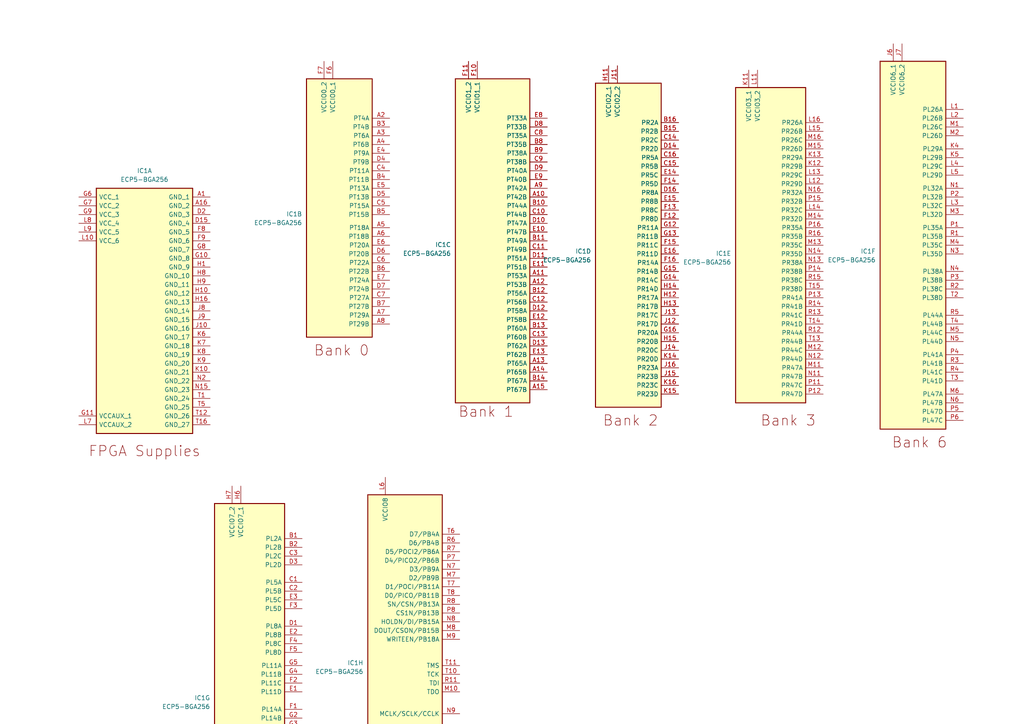
<source format=kicad_sch>
(kicad_sch (version 20231120) (generator "eeschema") (generator_version "8.0")
  (paper "A4")
  (title_block (company "Rafael Riber"))
  (lib_symbols
    (symbol "redire:ECP5-BGA256" (pin_names (offset 0.762))
      (property "Reference" "IC" (at -2.54 1.27 0))
      (property "Value" "ECP5-BGA256" (at 10.16 1.27 0))
      (symbol "ECP5-BGA256_1_0"
        (rectangle (start 5.08 0) (end 33.02 -71.12) (stroke (width 0.3048)) (fill (type background)))
      )
      (symbol "ECP5-BGA256_1_1"
        (text "FPGA Supplies" (at 19.05 -76.2 0) (effects (font (size 2.9972 2.9972))))
        (pin power_in line (at 38.1 -2.54 180) (length 5.08) (name "GND_1") (number "A1"))
        (pin power_in line (at 38.1 -5.08 180) (length 5.08) (name "GND_2") (number "A16"))
        (pin power_in line (at 38.1 -10.16 180) (length 5.08) (name "GND_4") (number "D15"))
        (pin power_in line (at 38.1 -7.62 180) (length 5.08) (name "GND_3") (number "D2"))
        (pin power_in line (at 38.1 -12.7 180) (length 5.08) (name "GND_5") (number "F8"))
        (pin power_in line (at 38.1 -15.24 180) (length 5.08) (name "GND_6") (number "F9"))
        (pin power_in line (at 38.1 -20.32 180) (length 5.08) (name "GND_8") (number "G10"))
        (pin power_in line (at 0 -66.04 0) (length 5.08) (name "VCCAUX_1") (number "G11"))
        (pin power_in line (at 0 -2.54 0) (length 5.08) (name "VCC_1") (number "G6"))
        (pin power_in line (at 0 -5.08 0) (length 5.08) (name "VCC_2") (number "G7"))
        (pin power_in line (at 38.1 -17.78 180) (length 5.08) (name "GND_7") (number "G8"))
        (pin power_in line (at 0 -7.62 0) (length 5.08) (name "VCC_3") (number "G9"))
        (pin power_in line (at 38.1 -22.86 180) (length 5.08) (name "GND_9") (number "H1"))
        (pin power_in line (at 38.1 -30.48 180) (length 5.08) (name "GND_12") (number "H10"))
        (pin power_in line (at 38.1 -33.02 180) (length 5.08) (name "GND_13") (number "H16"))
        (pin power_in line (at 38.1 -25.4 180) (length 5.08) (name "GND_10") (number "H8"))
        (pin power_in line (at 38.1 -27.94 180) (length 5.08) (name "GND_11") (number "H9"))
        (pin power_in line (at 38.1 -40.64 180) (length 5.08) (name "GND_16") (number "J10"))
        (pin power_in line (at 38.1 -35.56 180) (length 5.08) (name "GND_14") (number "J8"))
        (pin power_in line (at 38.1 -38.1 180) (length 5.08) (name "GND_15") (number "J9"))
        (pin power_in line (at 38.1 -53.34 180) (length 5.08) (name "GND_21") (number "K10"))
        (pin power_in line (at 38.1 -43.18 180) (length 5.08) (name "GND_17") (number "K6"))
        (pin power_in line (at 38.1 -45.72 180) (length 5.08) (name "GND_18") (number "K7"))
        (pin power_in line (at 38.1 -48.26 180) (length 5.08) (name "GND_19") (number "K8"))
        (pin power_in line (at 38.1 -50.8 180) (length 5.08) (name "GND_20") (number "K9"))
        (pin power_in line (at 0 -15.24 0) (length 5.08) (name "VCC_6") (number "L10"))
        (pin power_in line (at 0 -68.58 0) (length 5.08) (name "VCCAUX_2") (number "L7"))
        (pin power_in line (at 0 -10.16 0) (length 5.08) (name "VCC_4") (number "L8"))
        (pin power_in line (at 0 -12.7 0) (length 5.08) (name "VCC_5") (number "L9"))
        (pin power_in line (at 38.1 -58.42 180) (length 5.08) (name "GND_23") (number "N15"))
        (pin power_in line (at 38.1 -55.88 180) (length 5.08) (name "GND_22") (number "N2"))
        (pin power_in line (at 38.1 -60.96 180) (length 5.08) (name "GND_24") (number "T1"))
        (pin power_in line (at 38.1 -66.04 180) (length 5.08) (name "GND_26") (number "T12"))
        (pin power_in line (at 38.1 -68.58 180) (length 5.08) (name "GND_27") (number "T16"))
        (pin power_in line (at 38.1 -63.5 180) (length 5.08) (name "GND_25") (number "T5"))
      )
      (symbol "ECP5-BGA256_2_1"
        (rectangle (start 0 0) (end 19.05 -74.93) (stroke (width 0.3048)) (fill (type background)))
        (text "Bank 0" (at 10.16 -78.74 0) (effects (font (size 2.9972 2.9972))))
        (pin bidirectional line (at 24.13 -11.43 180) (length 5.08) (name "PT4A") (number "A2"))
        (pin bidirectional line (at 24.13 -16.51 180) (length 5.08) (name "PT6A") (number "A3"))
        (pin bidirectional line (at 24.13 -19.05 180) (length 5.08) (name "PT6B") (number "A4"))
        (pin bidirectional line (at 24.13 -43.18 180) (length 5.08) (name "PT18A") (number "A5"))
        (pin bidirectional line (at 24.13 -45.72 180) (length 5.08) (name "PT18B") (number "A6"))
        (pin bidirectional line (at 24.13 -68.58 180) (length 5.08) (name "PT29A") (number "A7"))
        (pin bidirectional line (at 24.13 -71.12 180) (length 5.08) (name "PT29B") (number "A8"))
        (pin bidirectional line (at 24.13 -13.97 180) (length 5.08) (name "PT4B") (number "B3"))
        (pin bidirectional line (at 24.13 -29.21 180) (length 5.08) (name "PT11B") (number "B4"))
        (pin bidirectional line (at 24.13 -39.37 180) (length 5.08) (name "PT15B") (number "B5"))
        (pin bidirectional line (at 24.13 -55.88 180) (length 5.08) (name "PT22B") (number "B6"))
        (pin bidirectional line (at 24.13 -66.04 180) (length 5.08) (name "PT27B") (number "B7"))
        (pin bidirectional line (at 24.13 -26.67 180) (length 5.08) (name "PT11A") (number "C4"))
        (pin bidirectional line (at 24.13 -36.83 180) (length 5.08) (name "PT15A") (number "C5"))
        (pin bidirectional line (at 24.13 -53.34 180) (length 5.08) (name "PT22A") (number "C6"))
        (pin bidirectional line (at 24.13 -63.5 180) (length 5.08) (name "PT27A") (number "C7"))
        (pin bidirectional line (at 24.13 -24.13 180) (length 5.08) (name "PT9B") (number "D4"))
        (pin bidirectional line (at 24.13 -34.29 180) (length 5.08) (name "PT13B") (number "D5"))
        (pin bidirectional line (at 24.13 -50.8 180) (length 5.08) (name "PT20B") (number "D6"))
        (pin bidirectional line (at 24.13 -60.96 180) (length 5.08) (name "PT24B") (number "D7"))
        (pin bidirectional line (at 24.13 -21.59 180) (length 5.08) (name "PT9A") (number "E4"))
        (pin bidirectional line (at 24.13 -31.75 180) (length 5.08) (name "PT13A") (number "E5"))
        (pin bidirectional line (at 24.13 -48.26 180) (length 5.08) (name "PT20A") (number "E6"))
        (pin bidirectional line (at 24.13 -58.42 180) (length 5.08) (name "PT24A") (number "E7"))
        (pin power_in line (at 7.62 5.08 270) (length 5.08) (name "VCCIO0_1") (number "F6"))
        (pin power_in line (at 5.08 5.08 270) (length 5.08) (name "VCCIO0_2") (number "F7"))
      )
      (symbol "ECP5-BGA256_3_0"
        (rectangle (start 0 0) (end 21.59 -93.98) (stroke (width 0.3048)) (fill (type background)))
      )
      (symbol "ECP5-BGA256_3_1"
        (text "Bank 1" (at 8.89 -96.52 0) (effects (font (size 2.9972 2.9972))))
        (pin bidirectional line (at 26.67 -34.29 180) (length 5.08) (name "PT42B") (number "A10"))
        (pin bidirectional line (at 26.67 -57.15 180) (length 5.08) (name "PT53A") (number "A11"))
        (pin bidirectional line (at 26.67 -59.69 180) (length 5.08) (name "PT53B") (number "A12"))
        (pin bidirectional line (at 26.67 -82.55 180) (length 5.08) (name "PT65A") (number "A13"))
        (pin bidirectional line (at 26.67 -85.09 180) (length 5.08) (name "PT65B") (number "A14"))
        (pin bidirectional line (at 26.67 -90.17 180) (length 5.08) (name "PT67B") (number "A15"))
        (pin bidirectional line (at 26.67 -31.75 180) (length 5.08) (name "PT42A") (number "A9"))
        (pin bidirectional line (at 26.67 -36.83 180) (length 5.08) (name "PT44A") (number "B10"))
        (pin bidirectional line (at 26.67 -46.99 180) (length 5.08) (name "PT49A") (number "B11"))
        (pin bidirectional line (at 26.67 -62.23 180) (length 5.08) (name "PT56A") (number "B12"))
        (pin bidirectional line (at 26.67 -72.39 180) (length 5.08) (name "PT60A") (number "B13"))
        (pin bidirectional line (at 26.67 -87.63 180) (length 5.08) (name "PT67A") (number "B14"))
        (pin bidirectional line (at 26.67 -19.05 180) (length 5.08) (name "PT35B") (number "B8"))
        (pin bidirectional line (at 26.67 -21.59 180) (length 5.08) (name "PT38A") (number "B9"))
        (pin bidirectional line (at 26.67 -39.37 180) (length 5.08) (name "PT44B") (number "C10"))
        (pin bidirectional line (at 26.67 -49.53 180) (length 5.08) (name "PT49B") (number "C11"))
        (pin bidirectional line (at 26.67 -64.77 180) (length 5.08) (name "PT56B") (number "C12"))
        (pin bidirectional line (at 26.67 -74.93 180) (length 5.08) (name "PT60B") (number "C13"))
        (pin bidirectional line (at 26.67 -16.51 180) (length 5.08) (name "PT35A") (number "C8"))
        (pin bidirectional line (at 26.67 -24.13 180) (length 5.08) (name "PT38B") (number "C9"))
        (pin bidirectional line (at 26.67 -41.91 180) (length 5.08) (name "PT47A") (number "D10"))
        (pin bidirectional line (at 26.67 -52.07 180) (length 5.08) (name "PT51A") (number "D11"))
        (pin bidirectional line (at 26.67 -67.31 180) (length 5.08) (name "PT58A") (number "D12"))
        (pin bidirectional line (at 26.67 -77.47 180) (length 5.08) (name "PT62A") (number "D13"))
        (pin bidirectional line (at 26.67 -13.97 180) (length 5.08) (name "PT33B") (number "D8"))
        (pin bidirectional line (at 26.67 -26.67 180) (length 5.08) (name "PT40A") (number "D9"))
        (pin bidirectional line (at 26.67 -44.45 180) (length 5.08) (name "PT47B") (number "E10"))
        (pin bidirectional line (at 26.67 -54.61 180) (length 5.08) (name "PT51B") (number "E11"))
        (pin bidirectional line (at 26.67 -69.85 180) (length 5.08) (name "PT58B") (number "E12"))
        (pin bidirectional line (at 26.67 -80.01 180) (length 5.08) (name "PT62B") (number "E13"))
        (pin bidirectional line (at 26.67 -11.43 180) (length 5.08) (name "PT33A") (number "E8"))
        (pin bidirectional line (at 26.67 -29.21 180) (length 5.08) (name "PT40B") (number "E9"))
        (pin power_in line (at 6.35 5.08 270) (length 5.08) (name "VCCIO1_1") (number "F10"))
        (pin power_in line (at 3.81 5.08 270) (length 5.08) (name "VCCIO1_2") (number "F11"))
      )
      (symbol "ECP5-BGA256_4_1"
        (rectangle (start 0 0) (end 19.05 -93.98) (stroke (width 0.3048)) (fill (type background)))
        (text "Bank 2" (at 10.16 -97.79 0) (effects (font (size 2.9972 2.9972))))
        (pin bidirectional line (at 24.13 -13.97 180) (length 5.08) (name "PR2B") (number "B15"))
        (pin bidirectional line (at 24.13 -11.43 180) (length 5.08) (name "PR2A") (number "B16"))
        (pin bidirectional line (at 24.13 -16.51 180) (length 5.08) (name "PR2C") (number "C14"))
        (pin bidirectional line (at 24.13 -24.13 180) (length 5.08) (name "PR5B") (number "C15"))
        (pin bidirectional line (at 24.13 -21.59 180) (length 5.08) (name "PR5A") (number "C16"))
        (pin bidirectional line (at 24.13 -19.05 180) (length 5.08) (name "PR2D") (number "D14"))
        (pin bidirectional line (at 24.13 -31.75 180) (length 5.08) (name "PR8A") (number "D16"))
        (pin bidirectional line (at 24.13 -26.67 180) (length 5.08) (name "PR5C") (number "E14"))
        (pin bidirectional line (at 24.13 -34.29 180) (length 5.08) (name "PR8B") (number "E15"))
        (pin bidirectional line (at 24.13 -49.53 180) (length 5.08) (name "PR11D") (number "E16"))
        (pin bidirectional line (at 24.13 -39.37 180) (length 5.08) (name "PR8D") (number "F12"))
        (pin bidirectional line (at 24.13 -36.83 180) (length 5.08) (name "PR8C") (number "F13"))
        (pin bidirectional line (at 24.13 -29.21 180) (length 5.08) (name "PR5D") (number "F14"))
        (pin bidirectional line (at 24.13 -46.99 180) (length 5.08) (name "PR11C") (number "F15"))
        (pin bidirectional line (at 24.13 -52.07 180) (length 5.08) (name "PR14A") (number "F16"))
        (pin bidirectional line (at 24.13 -41.91 180) (length 5.08) (name "PR11A") (number "G12"))
        (pin bidirectional line (at 24.13 -44.45 180) (length 5.08) (name "PR11B") (number "G13"))
        (pin bidirectional line (at 24.13 -57.15 180) (length 5.08) (name "PR14C") (number "G14"))
        (pin bidirectional line (at 24.13 -54.61 180) (length 5.08) (name "PR14B") (number "G15"))
        (pin bidirectional line (at 24.13 -72.39 180) (length 5.08) (name "PR20A") (number "G16"))
        (pin power_in line (at 3.81 5.08 270) (length 5.08) (name "VCCIO2_1") (number "H11"))
        (pin bidirectional line (at 24.13 -62.23 180) (length 5.08) (name "PR17A") (number "H12"))
        (pin bidirectional line (at 24.13 -64.77 180) (length 5.08) (name "PR17B") (number "H13"))
        (pin bidirectional line (at 24.13 -59.69 180) (length 5.08) (name "PR14D") (number "H14"))
        (pin bidirectional line (at 24.13 -74.93 180) (length 5.08) (name "PR20B") (number "H15"))
        (pin power_in line (at 6.35 5.08 270) (length 5.08) (name "VCCIO2_2") (number "J11"))
        (pin bidirectional line (at 24.13 -69.85 180) (length 5.08) (name "PR17D") (number "J12"))
        (pin bidirectional line (at 24.13 -67.31 180) (length 5.08) (name "PR17C") (number "J13"))
        (pin bidirectional line (at 24.13 -77.47 180) (length 5.08) (name "PR20C") (number "J14"))
        (pin bidirectional line (at 24.13 -85.09 180) (length 5.08) (name "PR23B") (number "J15"))
        (pin bidirectional line (at 24.13 -82.55 180) (length 5.08) (name "PR23A") (number "J16"))
        (pin bidirectional line (at 24.13 -80.01 180) (length 5.08) (name "PR20D") (number "K14"))
        (pin bidirectional line (at 24.13 -90.17 180) (length 5.08) (name "PR23D") (number "K15"))
        (pin bidirectional line (at 24.13 -87.63 180) (length 5.08) (name "PR23C") (number "K16"))
      )
      (symbol "ECP5-BGA256_5_0"
        (rectangle (start 0 0) (end 20.32 -91.44) (stroke (width 0.3048)) (fill (type background)))
      )
      (symbol "ECP5-BGA256_5_1"
        (text "Bank 3" (at 15.24 -96.52 0) (effects (font (size 2.9972 2.9972))))
        (pin power_in line (at 3.81 5.08 270) (length 5.08) (name "VCCIO3_1") (number "K11"))
        (pin bidirectional line (at 25.4 -22.86 180) (length 5.08) (name "PR29B") (number "K12"))
        (pin bidirectional line (at 25.4 -20.32 180) (length 5.08) (name "PR29A") (number "K13"))
        (pin power_in line (at 6.35 5.08 270) (length 5.08) (name "VCCIO3_2") (number "L11"))
        (pin bidirectional line (at 25.4 -27.94 180) (length 5.08) (name "PR29D") (number "L12"))
        (pin bidirectional line (at 25.4 -25.4 180) (length 5.08) (name "PR29C") (number "L13"))
        (pin bidirectional line (at 25.4 -35.56 180) (length 5.08) (name "PR32C") (number "L14"))
        (pin bidirectional line (at 25.4 -12.7 180) (length 5.08) (name "PR26B") (number "L15"))
        (pin bidirectional line (at 25.4 -10.16 180) (length 5.08) (name "PR26A") (number "L16"))
        (pin bidirectional line (at 25.4 -81.28 180) (length 5.08) (name "PR47A") (number "M11"))
        (pin bidirectional line (at 25.4 -76.2 180) (length 5.08) (name "PR44C") (number "M12"))
        (pin bidirectional line (at 25.4 -45.72 180) (length 5.08) (name "PR35C") (number "M13"))
        (pin bidirectional line (at 25.4 -38.1 180) (length 5.08) (name "PR32D") (number "M14"))
        (pin bidirectional line (at 25.4 -17.78 180) (length 5.08) (name "PR26D") (number "M15"))
        (pin bidirectional line (at 25.4 -15.24 180) (length 5.08) (name "PR26C") (number "M16"))
        (pin bidirectional line (at 25.4 -83.82 180) (length 5.08) (name "PR47B") (number "N11"))
        (pin bidirectional line (at 25.4 -78.74 180) (length 5.08) (name "PR44D") (number "N12"))
        (pin bidirectional line (at 25.4 -50.8 180) (length 5.08) (name "PR38A") (number "N13"))
        (pin bidirectional line (at 25.4 -48.26 180) (length 5.08) (name "PR35D") (number "N14"))
        (pin bidirectional line (at 25.4 -30.48 180) (length 5.08) (name "PR32A") (number "N16"))
        (pin bidirectional line (at 25.4 -86.36 180) (length 5.08) (name "PR47C") (number "P11"))
        (pin bidirectional line (at 25.4 -88.9 180) (length 5.08) (name "PR47D") (number "P12"))
        (pin bidirectional line (at 25.4 -60.96 180) (length 5.08) (name "PR41A") (number "P13"))
        (pin bidirectional line (at 25.4 -53.34 180) (length 5.08) (name "PR38B") (number "P14"))
        (pin bidirectional line (at 25.4 -33.02 180) (length 5.08) (name "PR32B") (number "P15"))
        (pin bidirectional line (at 25.4 -40.64 180) (length 5.08) (name "PR35A") (number "P16"))
        (pin bidirectional line (at 25.4 -71.12 180) (length 5.08) (name "PR44A") (number "R12"))
        (pin bidirectional line (at 25.4 -66.04 180) (length 5.08) (name "PR41C") (number "R13"))
        (pin bidirectional line (at 25.4 -63.5 180) (length 5.08) (name "PR41B") (number "R14"))
        (pin bidirectional line (at 25.4 -55.88 180) (length 5.08) (name "PR38C") (number "R15"))
        (pin bidirectional line (at 25.4 -43.18 180) (length 5.08) (name "PR35B") (number "R16"))
        (pin bidirectional line (at 25.4 -73.66 180) (length 5.08) (name "PR44B") (number "T13"))
        (pin bidirectional line (at 25.4 -68.58 180) (length 5.08) (name "PR41D") (number "T14"))
        (pin bidirectional line (at 25.4 -58.42 180) (length 5.08) (name "PR38D") (number "T15"))
      )
      (symbol "ECP5-BGA256_6_1"
        (rectangle (start 0 0) (end 19.05 -106.68) (stroke (width 0.3048)) (fill (type background)))
        (text "Bank 6" (at 11.43 -110.49 0) (effects (font (size 2.9972 2.9972))))
        (pin power_in line (at 3.81 5.08 270) (length 5.08) (name "VCCIO6_1") (number "J6"))
        (pin power_in line (at 6.35 5.08 270) (length 5.08) (name "VCCIO6_2") (number "J7"))
        (pin bidirectional line (at 24.13 -25.4 180) (length 5.08) (name "PL29A") (number "K4"))
        (pin bidirectional line (at 24.13 -27.94 180) (length 5.08) (name "PL29B") (number "K5"))
        (pin bidirectional line (at 24.13 -13.97 180) (length 5.08) (name "PL26A") (number "L1"))
        (pin bidirectional line (at 24.13 -16.51 180) (length 5.08) (name "PL26B") (number "L2"))
        (pin bidirectional line (at 24.13 -41.91 180) (length 5.08) (name "PL32C") (number "L3"))
        (pin bidirectional line (at 24.13 -30.48 180) (length 5.08) (name "PL29C") (number "L4"))
        (pin bidirectional line (at 24.13 -33.02 180) (length 5.08) (name "PL29D") (number "L5"))
        (pin bidirectional line (at 24.13 -19.05 180) (length 5.08) (name "PL26C") (number "M1"))
        (pin bidirectional line (at 24.13 -21.59 180) (length 5.08) (name "PL26D") (number "M2"))
        (pin bidirectional line (at 24.13 -44.45 180) (length 5.08) (name "PL32D") (number "M3"))
        (pin bidirectional line (at 24.13 -53.34 180) (length 5.08) (name "PL35C") (number "M4"))
        (pin bidirectional line (at 24.13 -78.74 180) (length 5.08) (name "PL44C") (number "M5"))
        (pin bidirectional line (at 24.13 -96.52 180) (length 5.08) (name "PL47A") (number "M6"))
        (pin bidirectional line (at 24.13 -36.83 180) (length 5.08) (name "PL32A") (number "N1"))
        (pin bidirectional line (at 24.13 -55.88 180) (length 5.08) (name "PL35D") (number "N3"))
        (pin bidirectional line (at 24.13 -60.96 180) (length 5.08) (name "PL38A") (number "N4"))
        (pin bidirectional line (at 24.13 -81.28 180) (length 5.08) (name "PL44D") (number "N5"))
        (pin bidirectional line (at 24.13 -99.06 180) (length 5.08) (name "PL47B") (number "N6"))
        (pin bidirectional line (at 24.13 -48.26 180) (length 5.08) (name "PL35A") (number "P1"))
        (pin bidirectional line (at 24.13 -39.37 180) (length 5.08) (name "PL32B") (number "P2"))
        (pin bidirectional line (at 24.13 -63.5 180) (length 5.08) (name "PL38B") (number "P3"))
        (pin bidirectional line (at 24.13 -85.09 180) (length 5.08) (name "PL41A") (number "P4"))
        (pin bidirectional line (at 24.13 -101.6 180) (length 5.08) (name "PL47D") (number "P5"))
        (pin bidirectional line (at 24.13 -104.14 180) (length 5.08) (name "PL47C") (number "P6"))
        (pin bidirectional line (at 24.13 -50.8 180) (length 5.08) (name "PL35B") (number "R1"))
        (pin bidirectional line (at 24.13 -66.04 180) (length 5.08) (name "PL38C") (number "R2"))
        (pin bidirectional line (at 24.13 -87.63 180) (length 5.08) (name "PL41B") (number "R3"))
        (pin bidirectional line (at 24.13 -90.17 180) (length 5.08) (name "PL41C") (number "R4"))
        (pin bidirectional line (at 24.13 -73.66 180) (length 5.08) (name "PL44A") (number "R5"))
        (pin bidirectional line (at 24.13 -68.58 180) (length 5.08) (name "PL38D") (number "T2"))
        (pin bidirectional line (at 24.13 -92.71 180) (length 5.08) (name "PL41D") (number "T3"))
        (pin bidirectional line (at 24.13 -76.2 180) (length 5.08) (name "PL44B") (number "T4"))
      )
      (symbol "ECP5-BGA256_7_1"
        (rectangle (start 0 0) (end 20.32 -109.22) (stroke (width 0.3048)) (fill (type background)))
        (text "Bank 7" (at 12.7 -113.03 0) (effects (font (size 2.9972 2.9972))))
        (pin bidirectional line (at 25.4 -10.16 180) (length 5.08) (name "PL2A") (number "B1"))
        (pin bidirectional line (at 25.4 -12.7 180) (length 5.08) (name "PL2B") (number "B2"))
        (pin bidirectional line (at 25.4 -22.86 180) (length 5.08) (name "PL5A") (number "C1"))
        (pin bidirectional line (at 25.4 -25.4 180) (length 5.08) (name "PL5B") (number "C2"))
        (pin bidirectional line (at 25.4 -15.24 180) (length 5.08) (name "PL2C") (number "C3"))
        (pin bidirectional line (at 25.4 -35.56 180) (length 5.08) (name "PL8A") (number "D1"))
        (pin bidirectional line (at 25.4 -17.78 180) (length 5.08) (name "PL2D") (number "D3"))
        (pin bidirectional line (at 25.4 -54.61 180) (length 5.08) (name "PL11D") (number "E1"))
        (pin bidirectional line (at 25.4 -38.1 180) (length 5.08) (name "PL8B") (number "E2"))
        (pin bidirectional line (at 25.4 -27.94 180) (length 5.08) (name "PL5C") (number "E3"))
        (pin bidirectional line (at 25.4 -59.69 180) (length 5.08) (name "PL14A") (number "F1"))
        (pin bidirectional line (at 25.4 -52.07 180) (length 5.08) (name "PL11C") (number "F2"))
        (pin bidirectional line (at 25.4 -30.48 180) (length 5.08) (name "PL5D") (number "F3"))
        (pin bidirectional line (at 25.4 -40.64 180) (length 5.08) (name "PL8C") (number "F4"))
        (pin bidirectional line (at 25.4 -43.18 180) (length 5.08) (name "PL8D") (number "F5"))
        (pin bidirectional line (at 25.4 -82.55 180) (length 5.08) (name "PL20A") (number "G1"))
        (pin bidirectional line (at 25.4 -62.23 180) (length 5.08) (name "PL14B") (number "G2"))
        (pin bidirectional line (at 25.4 -64.77 180) (length 5.08) (name "PL14C") (number "G3"))
        (pin bidirectional line (at 25.4 -49.53 180) (length 5.08) (name "PL11B") (number "G4"))
        (pin bidirectional line (at 25.4 -46.99 180) (length 5.08) (name "PL11A") (number "G5"))
        (pin bidirectional line (at 25.4 -85.09 180) (length 5.08) (name "PL20B") (number "H2"))
        (pin bidirectional line (at 25.4 -67.31 180) (length 5.08) (name "PL14D") (number "H3"))
        (pin bidirectional line (at 25.4 -73.66 180) (length 5.08) (name "PL17B") (number "H4"))
        (pin bidirectional line (at 25.4 -71.12 180) (length 5.08) (name "PL17A") (number "H5"))
        (pin power_in line (at 7.62 5.08 270) (length 5.08) (name "VCCIO7_1") (number "H6"))
        (pin power_in line (at 5.08 5.08 270) (length 5.08) (name "VCCIO7_2") (number "H7"))
        (pin bidirectional line (at 25.4 -95.25 180) (length 5.08) (name "PL23A") (number "J1"))
        (pin bidirectional line (at 25.4 -97.79 180) (length 5.08) (name "PL23B") (number "J2"))
        (pin bidirectional line (at 25.4 -87.63 180) (length 5.08) (name "PL20C") (number "J3"))
        (pin bidirectional line (at 25.4 -76.2 180) (length 5.08) (name "PL17C") (number "J4"))
        (pin bidirectional line (at 25.4 -78.74 180) (length 5.08) (name "PL17D") (number "J5"))
        (pin bidirectional line (at 25.4 -100.33 180) (length 5.08) (name "PL23C") (number "K1"))
        (pin bidirectional line (at 25.4 -102.87 180) (length 5.08) (name "PL23D") (number "K2"))
        (pin bidirectional line (at 25.4 -90.17 180) (length 5.08) (name "PL20D") (number "K3"))
      )
      (symbol "ECP5-BGA256_8_0"
        (text "(Config)" (at 13.97 -97.79 0) (effects (font (size 2.9972 2.9972))))
        (text "Bank 8" (at 13.97 -92.71 0) (effects (font (size 2.9972 2.9972))))
      )
      (symbol "ECP5-BGA256_8_1"
        (rectangle (start 0 0) (end 21.59 -88.9) (stroke (width 0.3048)) (fill (type background)))
        (pin power_in line (at 5.08 5.08 270) (length 5.08) (name "VCCIO8") (number "L6"))
        (pin output line (at 26.67 -57.15 180) (length 5.08) (name "TDO") (number "M10"))
        (pin bidirectional line (at 26.67 -24.13 180) (length 5.08) (name "D2/PB9B") (number "M7"))
        (pin bidirectional line (at 26.67 -39.37 180) (length 5.08) (name "DOUT/CSON/PB15B") (number "M8"))
        (pin bidirectional line (at 26.67 -41.91 180) (length 5.08) (name "WRITEEN/PB18A") (number "M9"))
        (pin input line (at 26.67 -68.58 180) (length 5.08) (name "CFG_0") (number "N10"))
        (pin bidirectional line (at 26.67 -21.59 180) (length 5.08) (name "D3/PB9A") (number "N7"))
        (pin bidirectional line (at 26.67 -36.83 180) (length 5.08) (name "HOLDN/DI/PB15A") (number "N8"))
        (pin bidirectional line (at 26.67 -63.5 180) (length 5.08) (name "MCLK/SCLK/CCLK") (number "N9"))
        (pin input line (at 26.67 -71.12 180) (length 5.08) (name "CFG_1") (number "P10"))
        (pin bidirectional line (at 26.67 -19.05 180) (length 5.08) (name "D4/PICO2/PB6B") (number "P7"))
        (pin bidirectional line (at 26.67 -34.29 180) (length 5.08) (name "CS1N/PB13B") (number "P8"))
        (pin bidirectional line (at 26.67 -80.01 180) (length 5.08) (name "DONE") (number "P9"))
        (pin input line (at 26.67 -73.66 180) (length 5.08) (name "CFG_2") (number "R10"))
        (pin input line (at 26.67 -54.61 180) (length 5.08) (name "TDI") (number "R11"))
        (pin bidirectional line (at 26.67 -13.97 180) (length 5.08) (name "D6/PB4B") (number "R6"))
        (pin bidirectional line (at 26.67 -16.51 180) (length 5.08) (name "D5/POCI2/PB6A") (number "R7"))
        (pin bidirectional line (at 26.67 -31.75 180) (length 5.08) (name "SN/CSN/PB13A") (number "R8"))
        (pin bidirectional line (at 26.67 -85.09 180) (length 5.08) (name "PROGRAMN") (number "R9"))
        (pin input line (at 26.67 -52.07 180) (length 5.08) (name "TCK") (number "T10"))
        (pin input line (at 26.67 -49.53 180) (length 5.08) (name "TMS") (number "T11"))
        (pin bidirectional line (at 26.67 -11.43 180) (length 5.08) (name "D7/PB4A") (number "T6"))
        (pin bidirectional line (at 26.67 -26.67 180) (length 5.08) (name "D1/POCI/PB11A") (number "T7"))
        (pin bidirectional line (at 26.67 -29.21 180) (length 5.08) (name "D0/PICO/PB11B") (number "T8"))
        (pin bidirectional line (at 26.67 -82.55 180) (length 5.08) (name "INITN") (number "T9"))
      )
    )
  )
  (symbol (lib_id "redire:ECP5-BGA256") (at 88.9 22.86 0) (unit 2)
    (property "Reference" "IC1" (at 87.63 62.0892 0) (effects (justify right)))
    (property "Value" "ECP5-BGA256" (at 87.63 64.6292 0) (effects (justify right)))
    (property "Footprint" "redire:lattice_cabga256" (effects (hide yes)))
    (property "Description" "FPGA - Field Programmable Gate Array ECP5; 12k LUTs; 1.1V" (effects (hide yes)))
    (property "Manufacturer" "Lattice" (effects (hide yes)))
    (property "Part Number" "LFE5U-45" (effects (hide yes)))
  )
  (symbol (lib_id "redire:ECP5-BGA256") (at 213.36 25.4 0) (unit 5)
    (property "Reference" "IC1" (at 212.09 73.5192 0) (effects (justify right)))
    (property "Value" "ECP5-BGA256" (at 212.09 76.0592 0) (effects (justify right)))
    (property "Footprint" "redire:lattice_cabga256" (effects (hide yes)))
    (property "Description" "FPGA - Field Programmable Gate Array ECP5; 12k LUTs; 1.1V" (effects (hide yes)))
    (property "Manufacturer" "Lattice" (effects (hide yes)))
    (property "Part Number" "LFE5U-45" (effects (hide yes)))
  )
  (symbol (lib_id "redire:ECP5-BGA256") (at 22.86 54.61 0) (unit 1)
    (property "Reference" "IC1" (at 41.91 49.53 0))
    (property "Value" "ECP5-BGA256" (at 41.91 52.07 0))
    (property "Footprint" "redire:lattice_cabga256" (effects (hide yes)))
    (property "Description" "FPGA - Field Programmable Gate Array ECP5; 12k LUTs; 1.1V" (effects (hide yes)))
    (property "Manufacturer" "Lattice" (effects (hide yes)))
    (property "Part Number" "LFE5U-45" (effects (hide yes)))
  )
  (symbol (lib_id "redire:ECP5-BGA256") (at 132.08 22.86 0) (unit 3)
    (property "Reference" "IC1" (at 130.81 70.9792 0) (effects (justify right)))
    (property "Value" "ECP5-BGA256" (at 130.81 73.5192 0) (effects (justify right)))
    (property "Footprint" "redire:lattice_cabga256" (effects (hide yes)))
    (property "Description" "FPGA - Field Programmable Gate Array ECP5; 12k LUTs; 1.1V" (effects (hide yes)))
    (property "Manufacturer" "Lattice" (effects (hide yes)))
    (property "Part Number" "LFE5U-45" (effects (hide yes)))
  )
  (symbol (lib_id "redire:ECP5-BGA256") (at 255.27 17.78 0) (unit 6)
    (property "Reference" "IC1" (at 254 72.8842 0) (effects (justify right)))
    (property "Value" "ECP5-BGA256" (at 254 75.4242 0) (effects (justify right)))
    (property "Footprint" "redire:lattice_cabga256" (effects (hide yes)))
    (property "Description" "FPGA - Field Programmable Gate Array ECP5; 12k LUTs; 1.1V" (effects (hide yes)))
    (property "Manufacturer" "Lattice" (effects (hide yes)))
    (property "Part Number" "LFE5U-45" (effects (hide yes)))
  )
  (symbol (lib_id "redire:ECP5-BGA256") (at 62.23 146.05 0) (unit 7)
    (property "Reference" "IC1" (at 60.96 202.4242 0) (effects (justify right)))
    (property "Value" "ECP5-BGA256" (at 60.96 204.9642 0) (effects (justify right)))
    (property "Footprint" "redire:lattice_cabga256" (effects (hide yes)))
    (property "Description" "FPGA - Field Programmable Gate Array ECP5; 12k LUTs; 1.1V" (effects (hide yes)))
    (property "Manufacturer" "Lattice" (effects (hide yes)))
    (property "Part Number" "LFE5U-45" (effects (hide yes)))
  )
  (symbol (lib_id "redire:ECP5-BGA256") (at 106.68 143.51 0) (unit 8)
    (property "Reference" "IC1" (at 105.41 192.2642 0) (effects (justify right)))
    (property "Value" "ECP5-BGA256" (at 105.41 194.8042 0) (effects (justify right)))
    (property "Footprint" "redire:lattice_cabga256" (effects (hide yes)))
    (property "Description" "FPGA - Field Programmable Gate Array ECP5; 12k LUTs; 1.1V" (effects (hide yes)))
    (property "Manufacturer" "Lattice" (effects (hide yes)))
    (property "Part Number" "LFE5U-45" (effects (hide yes)))
  )
  (symbol (lib_id "redire:ECP5-BGA256") (at 172.72 24.13 0) (unit 4)
    (property "Reference" "IC1" (at 171.45 72.8842 0) (effects (justify right)))
    (property "Value" "ECP5-BGA256" (at 171.45 75.4242 0) (effects (justify right)))
    (property "Footprint" "redire:lattice_cabga256" (effects (hide yes)))
    (property "Description" "FPGA - Field Programmable Gate Array ECP5; 12k LUTs; 1.1V" (effects (hide yes)))
    (property "Manufacturer" "Lattice" (effects (hide yes)))
    (property "Part Number" "LFE5U-45" (effects (hide yes)))
  )
)
</source>
